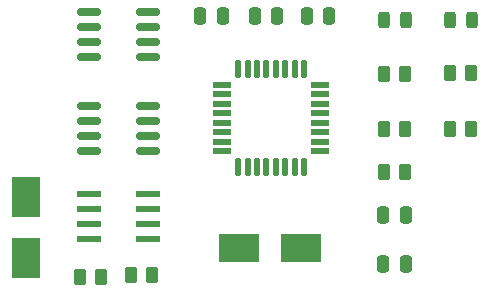
<source format=gtp>
%TF.GenerationSoftware,KiCad,Pcbnew,7.0.5*%
%TF.CreationDate,2024-03-10T01:27:25+05:30*%
%TF.ProjectId,mcu datalogger,6d637520-6461-4746-916c-6f676765722e,1*%
%TF.SameCoordinates,Original*%
%TF.FileFunction,Paste,Top*%
%TF.FilePolarity,Positive*%
%FSLAX46Y46*%
G04 Gerber Fmt 4.6, Leading zero omitted, Abs format (unit mm)*
G04 Created by KiCad (PCBNEW 7.0.5) date 2024-03-10 01:27:25*
%MOMM*%
%LPD*%
G01*
G04 APERTURE LIST*
G04 Aperture macros list*
%AMRoundRect*
0 Rectangle with rounded corners*
0 $1 Rounding radius*
0 $2 $3 $4 $5 $6 $7 $8 $9 X,Y pos of 4 corners*
0 Add a 4 corners polygon primitive as box body*
4,1,4,$2,$3,$4,$5,$6,$7,$8,$9,$2,$3,0*
0 Add four circle primitives for the rounded corners*
1,1,$1+$1,$2,$3*
1,1,$1+$1,$4,$5*
1,1,$1+$1,$6,$7*
1,1,$1+$1,$8,$9*
0 Add four rect primitives between the rounded corners*
20,1,$1+$1,$2,$3,$4,$5,0*
20,1,$1+$1,$4,$5,$6,$7,0*
20,1,$1+$1,$6,$7,$8,$9,0*
20,1,$1+$1,$8,$9,$2,$3,0*%
G04 Aperture macros list end*
%ADD10RoundRect,0.250000X-0.262500X-0.450000X0.262500X-0.450000X0.262500X0.450000X-0.262500X0.450000X0*%
%ADD11RoundRect,0.150000X-0.825000X-0.150000X0.825000X-0.150000X0.825000X0.150000X-0.825000X0.150000X0*%
%ADD12R,3.500000X2.400000*%
%ADD13RoundRect,0.038500X-0.696500X-0.236500X0.696500X-0.236500X0.696500X0.236500X-0.696500X0.236500X0*%
%ADD14RoundRect,0.099000X-0.176000X-0.636000X0.176000X-0.636000X0.176000X0.636000X-0.176000X0.636000X0*%
%ADD15RoundRect,0.250000X-0.250000X-0.475000X0.250000X-0.475000X0.250000X0.475000X-0.250000X0.475000X0*%
%ADD16RoundRect,0.041300X-0.943700X-0.253700X0.943700X-0.253700X0.943700X0.253700X-0.943700X0.253700X0*%
%ADD17R,2.400000X3.500000*%
%ADD18RoundRect,0.243750X-0.243750X-0.456250X0.243750X-0.456250X0.243750X0.456250X-0.243750X0.456250X0*%
G04 APERTURE END LIST*
D10*
%TO.C,R3*%
X110434700Y-90775200D03*
X112259700Y-90775200D03*
%TD*%
D11*
%TO.C,U3*%
X111223200Y-68372400D03*
X111223200Y-69642400D03*
X111223200Y-70912400D03*
X111223200Y-72182400D03*
X116173200Y-72182400D03*
X116173200Y-70912400D03*
X116173200Y-69642400D03*
X116173200Y-68372400D03*
%TD*%
D12*
%TO.C,Y2*%
X123927200Y-88362200D03*
X129127200Y-88362200D03*
%TD*%
D10*
%TO.C,R4*%
X114752700Y-90622800D03*
X116577700Y-90622800D03*
%TD*%
D13*
%TO.C,U4*%
X122468000Y-74538600D03*
X122468000Y-75338600D03*
X122468000Y-76138600D03*
X122468000Y-76938600D03*
X122468000Y-77738600D03*
X122468000Y-78538600D03*
X122468000Y-79338600D03*
X122468000Y-80138600D03*
D14*
X123838000Y-81508600D03*
X124638000Y-81508600D03*
X125438000Y-81508600D03*
X126238000Y-81508600D03*
X127038000Y-81508600D03*
X127838000Y-81508600D03*
X128638000Y-81508600D03*
X129438000Y-81508600D03*
D13*
X130808000Y-80138600D03*
X130808000Y-79338600D03*
X130808000Y-78538600D03*
X130808000Y-77738600D03*
X130808000Y-76938600D03*
X130808000Y-76138600D03*
X130808000Y-75338600D03*
X130808000Y-74538600D03*
D14*
X129438000Y-73168600D03*
X128638000Y-73168600D03*
X127838000Y-73168600D03*
X127038000Y-73168600D03*
X126238000Y-73168600D03*
X125438000Y-73168600D03*
X124638000Y-73168600D03*
X123838000Y-73168600D03*
%TD*%
D15*
%TO.C,C3*%
X136127400Y-89708400D03*
X138027400Y-89708400D03*
%TD*%
D16*
%TO.C,U2*%
X111234400Y-83739400D03*
X111234400Y-85009400D03*
X111234400Y-86279400D03*
X111234400Y-87549400D03*
X116184400Y-87549400D03*
X116184400Y-86279400D03*
X116184400Y-85009400D03*
X116184400Y-83739400D03*
%TD*%
D10*
%TO.C,R7*%
X141751000Y-78278400D03*
X143576000Y-78278400D03*
%TD*%
D15*
%TO.C,C1*%
X129675800Y-68677200D03*
X131575800Y-68677200D03*
%TD*%
D10*
%TO.C,R1*%
X136164900Y-73604800D03*
X137989900Y-73604800D03*
%TD*%
D15*
%TO.C,C4*%
X125230800Y-68728000D03*
X127130800Y-68728000D03*
%TD*%
D17*
%TO.C,Y1*%
X105867200Y-89188600D03*
X105867200Y-83988600D03*
%TD*%
D10*
%TO.C,R2*%
X141751000Y-73528600D03*
X143576000Y-73528600D03*
%TD*%
D18*
%TO.C,D1*%
X141746000Y-69032800D03*
X143621000Y-69032800D03*
%TD*%
D10*
%TO.C,R6*%
X136164900Y-78278400D03*
X137989900Y-78278400D03*
%TD*%
D15*
%TO.C,C2*%
X136127400Y-85542800D03*
X138027400Y-85542800D03*
%TD*%
D11*
%TO.C,U1*%
X111223200Y-76297200D03*
X111223200Y-77567200D03*
X111223200Y-78837200D03*
X111223200Y-80107200D03*
X116173200Y-80107200D03*
X116173200Y-78837200D03*
X116173200Y-77567200D03*
X116173200Y-76297200D03*
%TD*%
D18*
%TO.C,D2*%
X136159900Y-69032800D03*
X138034900Y-69032800D03*
%TD*%
D10*
%TO.C,R5*%
X136164900Y-81885200D03*
X137989900Y-81885200D03*
%TD*%
D15*
%TO.C,C5*%
X120633400Y-68677200D03*
X122533400Y-68677200D03*
%TD*%
M02*

</source>
